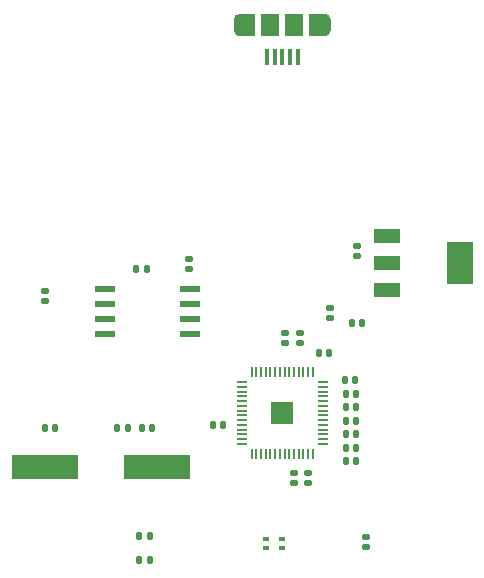
<source format=gtp>
G04*
G04 #@! TF.GenerationSoftware,Altium Limited,Altium Designer,21.6.4 (81)*
G04*
G04 Layer_Color=8421504*
%FSLAX25Y25*%
%MOIN*%
G70*
G04*
G04 #@! TF.SameCoordinates,D5D1E9D7-E8D5-44D5-B98E-A1C15D945772*
G04*
G04*
G04 #@! TF.FilePolarity,Positive*
G04*
G01*
G75*
%ADD16C,0.01968*%
G04:AMPARAMS|DCode=17|XSize=19.29mil|YSize=23.62mil|CornerRadius=1.93mil|HoleSize=0mil|Usage=FLASHONLY|Rotation=90.000|XOffset=0mil|YOffset=0mil|HoleType=Round|Shape=RoundedRectangle|*
%AMROUNDEDRECTD17*
21,1,0.01929,0.01976,0,0,90.0*
21,1,0.01543,0.02362,0,0,90.0*
1,1,0.00386,0.00988,0.00772*
1,1,0.00386,0.00988,-0.00772*
1,1,0.00386,-0.00988,-0.00772*
1,1,0.00386,-0.00988,0.00772*
%
%ADD17ROUNDEDRECTD17*%
G04:AMPARAMS|DCode=18|XSize=23.62mil|YSize=21.26mil|CornerRadius=5.63mil|HoleSize=0mil|Usage=FLASHONLY|Rotation=180.000|XOffset=0mil|YOffset=0mil|HoleType=Round|Shape=RoundedRectangle|*
%AMROUNDEDRECTD18*
21,1,0.02362,0.00999,0,0,180.0*
21,1,0.01235,0.02126,0,0,180.0*
1,1,0.01127,-0.00618,0.00500*
1,1,0.01127,0.00618,0.00500*
1,1,0.01127,0.00618,-0.00500*
1,1,0.01127,-0.00618,-0.00500*
%
%ADD18ROUNDEDRECTD18*%
%ADD19R,0.08661X0.14173*%
%ADD20R,0.08799X0.04799*%
G04:AMPARAMS|DCode=21|XSize=19.29mil|YSize=23.62mil|CornerRadius=1.93mil|HoleSize=0mil|Usage=FLASHONLY|Rotation=0.000|XOffset=0mil|YOffset=0mil|HoleType=Round|Shape=RoundedRectangle|*
%AMROUNDEDRECTD21*
21,1,0.01929,0.01976,0,0,0.0*
21,1,0.01543,0.02362,0,0,0.0*
1,1,0.00386,0.00772,-0.00988*
1,1,0.00386,-0.00772,-0.00988*
1,1,0.00386,-0.00772,0.00988*
1,1,0.00386,0.00772,0.00988*
%
%ADD21ROUNDEDRECTD21*%
G04:AMPARAMS|DCode=22|XSize=23.62mil|YSize=21.26mil|CornerRadius=5.63mil|HoleSize=0mil|Usage=FLASHONLY|Rotation=270.000|XOffset=0mil|YOffset=0mil|HoleType=Round|Shape=RoundedRectangle|*
%AMROUNDEDRECTD22*
21,1,0.02362,0.00999,0,0,270.0*
21,1,0.01235,0.02126,0,0,270.0*
1,1,0.01127,-0.00500,-0.00618*
1,1,0.01127,-0.00500,0.00618*
1,1,0.01127,0.00500,0.00618*
1,1,0.01127,0.00500,-0.00618*
%
%ADD22ROUNDEDRECTD22*%
%ADD23R,0.05906X0.07480*%
%ADD24R,0.01575X0.05315*%
%ADD25R,0.07717X0.07717*%
G04:AMPARAMS|DCode=26|XSize=33.07mil|YSize=7.87mil|CornerRadius=0.98mil|HoleSize=0mil|Usage=FLASHONLY|Rotation=0.000|XOffset=0mil|YOffset=0mil|HoleType=Round|Shape=RoundedRectangle|*
%AMROUNDEDRECTD26*
21,1,0.03307,0.00591,0,0,0.0*
21,1,0.03110,0.00787,0,0,0.0*
1,1,0.00197,0.01555,-0.00295*
1,1,0.00197,-0.01555,-0.00295*
1,1,0.00197,-0.01555,0.00295*
1,1,0.00197,0.01555,0.00295*
%
%ADD26ROUNDEDRECTD26*%
G04:AMPARAMS|DCode=27|XSize=7.87mil|YSize=33.07mil|CornerRadius=0.98mil|HoleSize=0mil|Usage=FLASHONLY|Rotation=0.000|XOffset=0mil|YOffset=0mil|HoleType=Round|Shape=RoundedRectangle|*
%AMROUNDEDRECTD27*
21,1,0.00787,0.03110,0,0,0.0*
21,1,0.00591,0.03307,0,0,0.0*
1,1,0.00197,0.00295,-0.01555*
1,1,0.00197,-0.00295,-0.01555*
1,1,0.00197,-0.00295,0.01555*
1,1,0.00197,0.00295,0.01555*
%
%ADD27ROUNDEDRECTD27*%
%ADD28R,0.22047X0.08268*%
%ADD29R,0.01968X0.01181*%
G04:AMPARAMS|DCode=30|XSize=63.39mil|YSize=22.84mil|CornerRadius=2.85mil|HoleSize=0mil|Usage=FLASHONLY|Rotation=0.000|XOffset=0mil|YOffset=0mil|HoleType=Round|Shape=RoundedRectangle|*
%AMROUNDEDRECTD30*
21,1,0.06339,0.01713,0,0,0.0*
21,1,0.05768,0.02284,0,0,0.0*
1,1,0.00571,0.02884,-0.00856*
1,1,0.00571,-0.02884,-0.00856*
1,1,0.00571,-0.02884,0.00856*
1,1,0.00571,0.02884,0.00856*
%
%ADD30ROUNDEDRECTD30*%
G36*
X85827Y192543D02*
X83858D01*
X83858Y196087D01*
X85827D01*
Y192543D01*
D02*
G37*
G36*
X90945Y190575D02*
X85827D01*
Y198055D01*
X90945D01*
Y190575D01*
D02*
G37*
G36*
X114173D02*
X109055D01*
Y198055D01*
X114173D01*
Y190575D01*
D02*
G37*
G36*
X116142Y192543D02*
X114173D01*
Y196087D01*
X116142D01*
X116142Y192543D01*
D02*
G37*
D16*
X86811Y192543D02*
G03*
X86811Y192543I-984J0D01*
G01*
Y196087D02*
G03*
X86811Y196087I-984J0D01*
G01*
X115157Y192543D02*
G03*
X115157Y192543I-984J0D01*
G01*
Y196087D02*
G03*
X115157Y196087I-984J0D01*
G01*
D17*
X101000Y91791D02*
D03*
X106000D02*
D03*
X101000Y88209D02*
D03*
X106000D02*
D03*
X21000Y105791D02*
D03*
Y102209D02*
D03*
D18*
X125000Y117307D02*
D03*
Y120693D02*
D03*
X128000Y23693D02*
D03*
Y20307D02*
D03*
X116000Y96614D02*
D03*
Y100000D02*
D03*
X108500Y41614D02*
D03*
Y45000D02*
D03*
X104000Y41614D02*
D03*
Y45000D02*
D03*
X69000Y116386D02*
D03*
Y113000D02*
D03*
D19*
X159201Y115000D02*
D03*
D20*
X134799Y105902D02*
D03*
Y115000D02*
D03*
Y124098D02*
D03*
D21*
X52209Y24000D02*
D03*
X55791D02*
D03*
X52209Y16000D02*
D03*
X55791D02*
D03*
X48583Y60000D02*
D03*
X45000D02*
D03*
X51417Y113000D02*
D03*
X55000D02*
D03*
D22*
X123307Y95000D02*
D03*
X126693D02*
D03*
X115693Y85000D02*
D03*
X112307D02*
D03*
X124500Y67000D02*
D03*
X121114D02*
D03*
X124500Y71500D02*
D03*
X121114D02*
D03*
X124386Y76000D02*
D03*
X121000D02*
D03*
X124500Y62500D02*
D03*
X121114D02*
D03*
X124500Y53500D02*
D03*
X121114D02*
D03*
X124500Y58000D02*
D03*
X121114D02*
D03*
X124500Y49000D02*
D03*
X121114D02*
D03*
X24193Y60000D02*
D03*
X20807D02*
D03*
X77000Y61000D02*
D03*
X80386D02*
D03*
X56693Y60000D02*
D03*
X53307D02*
D03*
D23*
X96063Y194315D02*
D03*
X103937D02*
D03*
D24*
X94882Y183685D02*
D03*
X97441D02*
D03*
X100000D02*
D03*
X102559D02*
D03*
X105118D02*
D03*
D25*
X100000Y65000D02*
D03*
D26*
X113524Y75236D02*
D03*
Y73661D02*
D03*
Y72087D02*
D03*
Y70512D02*
D03*
Y68937D02*
D03*
Y67362D02*
D03*
Y65787D02*
D03*
Y64213D02*
D03*
Y62638D02*
D03*
Y61063D02*
D03*
Y59488D02*
D03*
Y57913D02*
D03*
Y56339D02*
D03*
Y54764D02*
D03*
X86476D02*
D03*
Y56339D02*
D03*
Y57913D02*
D03*
Y59488D02*
D03*
Y61063D02*
D03*
Y62638D02*
D03*
Y64213D02*
D03*
Y65787D02*
D03*
Y67362D02*
D03*
Y68937D02*
D03*
Y70512D02*
D03*
Y72087D02*
D03*
Y73661D02*
D03*
Y75236D02*
D03*
D27*
X89764Y78524D02*
D03*
X91339D02*
D03*
X92913D02*
D03*
X94488D02*
D03*
X96063D02*
D03*
X97638D02*
D03*
X99213D02*
D03*
X100787D02*
D03*
X102362D02*
D03*
X103937D02*
D03*
X105512D02*
D03*
X107087D02*
D03*
X108661D02*
D03*
X110236D02*
D03*
Y51476D02*
D03*
X108661D02*
D03*
X107087D02*
D03*
X105512D02*
D03*
X103937D02*
D03*
X102362D02*
D03*
X100787D02*
D03*
X99213D02*
D03*
X97638D02*
D03*
X96063D02*
D03*
X94488D02*
D03*
X92913D02*
D03*
X91339D02*
D03*
X89764D02*
D03*
D28*
X20799Y47000D02*
D03*
X58201D02*
D03*
D29*
X100000Y23150D02*
D03*
Y20000D02*
D03*
X94488D02*
D03*
Y23150D02*
D03*
D30*
X40807Y106500D02*
D03*
Y101500D02*
D03*
Y96500D02*
D03*
Y91500D02*
D03*
X69193D02*
D03*
Y96500D02*
D03*
Y101500D02*
D03*
Y106500D02*
D03*
M02*

</source>
